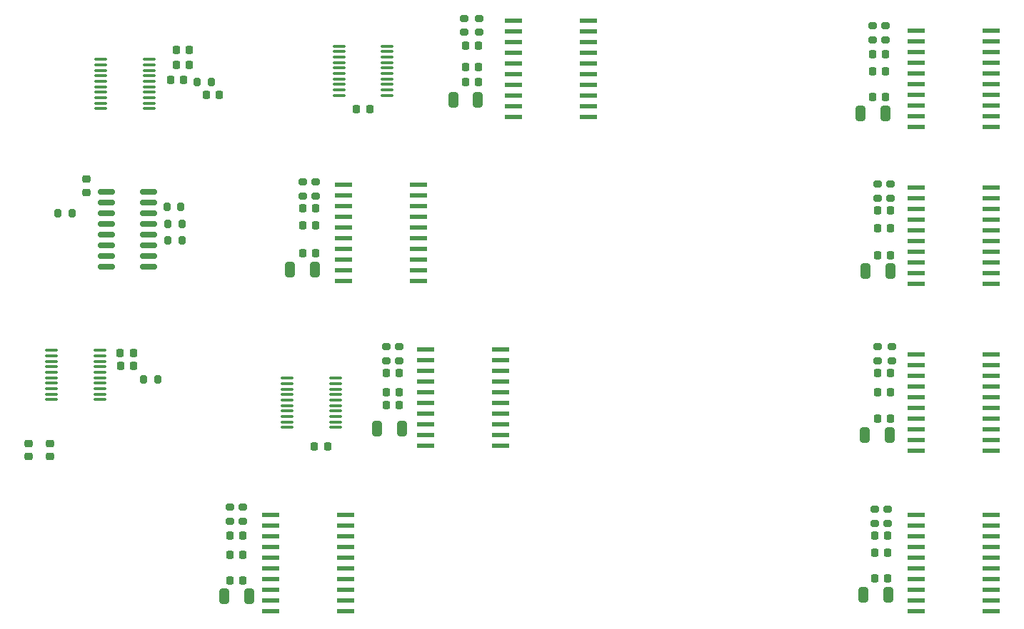
<source format=gbr>
%TF.GenerationSoftware,KiCad,Pcbnew,7.0.9*%
%TF.CreationDate,2024-05-27T22:26:10+09:00*%
%TF.ProjectId,segments-2-the-absurd,7365676d-656e-4747-932d-322d7468652d,rev?*%
%TF.SameCoordinates,Original*%
%TF.FileFunction,Paste,Bot*%
%TF.FilePolarity,Positive*%
%FSLAX46Y46*%
G04 Gerber Fmt 4.6, Leading zero omitted, Abs format (unit mm)*
G04 Created by KiCad (PCBNEW 7.0.9) date 2024-05-27 22:26:10*
%MOMM*%
%LPD*%
G01*
G04 APERTURE LIST*
G04 Aperture macros list*
%AMRoundRect*
0 Rectangle with rounded corners*
0 $1 Rounding radius*
0 $2 $3 $4 $5 $6 $7 $8 $9 X,Y pos of 4 corners*
0 Add a 4 corners polygon primitive as box body*
4,1,4,$2,$3,$4,$5,$6,$7,$8,$9,$2,$3,0*
0 Add four circle primitives for the rounded corners*
1,1,$1+$1,$2,$3*
1,1,$1+$1,$4,$5*
1,1,$1+$1,$6,$7*
1,1,$1+$1,$8,$9*
0 Add four rect primitives between the rounded corners*
20,1,$1+$1,$2,$3,$4,$5,0*
20,1,$1+$1,$4,$5,$6,$7,0*
20,1,$1+$1,$6,$7,$8,$9,0*
20,1,$1+$1,$8,$9,$2,$3,0*%
G04 Aperture macros list end*
%ADD10RoundRect,0.250000X0.325000X0.650000X-0.325000X0.650000X-0.325000X-0.650000X0.325000X-0.650000X0*%
%ADD11RoundRect,0.225000X0.225000X0.250000X-0.225000X0.250000X-0.225000X-0.250000X0.225000X-0.250000X0*%
%ADD12R,2.000000X0.600000*%
%ADD13RoundRect,0.225000X-0.250000X0.225000X-0.250000X-0.225000X0.250000X-0.225000X0.250000X0.225000X0*%
%ADD14RoundRect,0.200000X-0.275000X0.200000X-0.275000X-0.200000X0.275000X-0.200000X0.275000X0.200000X0*%
%ADD15RoundRect,0.100000X-0.637500X-0.100000X0.637500X-0.100000X0.637500X0.100000X-0.637500X0.100000X0*%
%ADD16RoundRect,0.225000X-0.225000X-0.250000X0.225000X-0.250000X0.225000X0.250000X-0.225000X0.250000X0*%
%ADD17RoundRect,0.200000X0.200000X0.275000X-0.200000X0.275000X-0.200000X-0.275000X0.200000X-0.275000X0*%
%ADD18RoundRect,0.225000X0.250000X-0.225000X0.250000X0.225000X-0.250000X0.225000X-0.250000X-0.225000X0*%
%ADD19RoundRect,0.150000X0.850000X0.150000X-0.850000X0.150000X-0.850000X-0.150000X0.850000X-0.150000X0*%
%ADD20RoundRect,0.200000X-0.200000X-0.275000X0.200000X-0.275000X0.200000X0.275000X-0.200000X0.275000X0*%
%ADD21RoundRect,0.100000X0.637500X0.100000X-0.637500X0.100000X-0.637500X-0.100000X0.637500X-0.100000X0*%
G04 APERTURE END LIST*
D10*
%TO.C,C20*%
X253316000Y-154660600D03*
X250366000Y-154660600D03*
%TD*%
D11*
%TO.C,C35*%
X252997000Y-151892000D03*
X251447000Y-151892000D03*
%TD*%
D12*
%TO.C,U2*%
X323232500Y-107442000D03*
X323232500Y-108712000D03*
X323232500Y-109982000D03*
X323232500Y-111252000D03*
X323232500Y-112522000D03*
X323232500Y-113792000D03*
X323232500Y-115062000D03*
X323232500Y-116332000D03*
X323232500Y-117602000D03*
X323232500Y-118872000D03*
X314307500Y-118872000D03*
X314307500Y-117602000D03*
X314307500Y-116332000D03*
X314307500Y-115062000D03*
X314307500Y-113792000D03*
X314307500Y-112522000D03*
X314307500Y-111252000D03*
X314307500Y-109982000D03*
X314307500Y-108712000D03*
X314307500Y-107442000D03*
%TD*%
D13*
%TO.C,C1*%
X215900000Y-125082000D03*
X215900000Y-126632000D03*
%TD*%
D11*
%TO.C,C10*%
X311290000Y-150368000D03*
X309740000Y-150368000D03*
%TD*%
D12*
%TO.C,U3*%
X323232500Y-145923000D03*
X323232500Y-147193000D03*
X323232500Y-148463000D03*
X323232500Y-149733000D03*
X323232500Y-151003000D03*
X323232500Y-152273000D03*
X323232500Y-153543000D03*
X323232500Y-154813000D03*
X323232500Y-156083000D03*
X323232500Y-157353000D03*
X314307500Y-157353000D03*
X314307500Y-156083000D03*
X314307500Y-154813000D03*
X314307500Y-153543000D03*
X314307500Y-152273000D03*
X314307500Y-151003000D03*
X314307500Y-149733000D03*
X314307500Y-148463000D03*
X314307500Y-147193000D03*
X314307500Y-145923000D03*
%TD*%
D14*
%TO.C,R11*%
X260748500Y-105982000D03*
X260748500Y-107632000D03*
%TD*%
D11*
%TO.C,C22*%
X234455000Y-169672000D03*
X232905000Y-169672000D03*
%TD*%
D15*
%TO.C,U9*%
X239707500Y-154563000D03*
X239707500Y-153913000D03*
X239707500Y-153263000D03*
X239707500Y-152613000D03*
X239707500Y-151963000D03*
X239707500Y-151313000D03*
X239707500Y-150663000D03*
X239707500Y-150013000D03*
X239707500Y-149363000D03*
X239707500Y-148713000D03*
X245432500Y-148713000D03*
X245432500Y-149363000D03*
X245432500Y-150013000D03*
X245432500Y-150663000D03*
X245432500Y-151313000D03*
X245432500Y-151963000D03*
X245432500Y-152613000D03*
X245432500Y-153263000D03*
X245432500Y-153913000D03*
X245432500Y-154563000D03*
%TD*%
D11*
%TO.C,C11*%
X311290000Y-148082000D03*
X309740000Y-148082000D03*
%TD*%
%TO.C,C23*%
X234455000Y-167386000D03*
X232905000Y-167386000D03*
%TD*%
D14*
%TO.C,R10*%
X243085000Y-125413000D03*
X243085000Y-127063000D03*
%TD*%
D12*
%TO.C,U5*%
X275480500Y-106299000D03*
X275480500Y-107569000D03*
X275480500Y-108839000D03*
X275480500Y-110109000D03*
X275480500Y-111379000D03*
X275480500Y-112649000D03*
X275480500Y-113919000D03*
X275480500Y-115189000D03*
X275480500Y-116459000D03*
X275480500Y-117729000D03*
X266555500Y-117729000D03*
X266555500Y-116459000D03*
X266555500Y-115189000D03*
X266555500Y-113919000D03*
X266555500Y-112649000D03*
X266555500Y-111379000D03*
X266555500Y-110109000D03*
X266555500Y-108839000D03*
X266555500Y-107569000D03*
X266555500Y-106299000D03*
%TD*%
D11*
%TO.C,C18*%
X262395000Y-111760000D03*
X260845000Y-111760000D03*
%TD*%
%TO.C,C19*%
X262395000Y-109220000D03*
X260845000Y-109220000D03*
%TD*%
%TO.C,C40*%
X311290000Y-130937000D03*
X309740000Y-130937000D03*
%TD*%
D16*
%TO.C,C29*%
X219925600Y-145694400D03*
X221475600Y-145694400D03*
%TD*%
D11*
%TO.C,C45*%
X310909000Y-167386000D03*
X309359000Y-167386000D03*
%TD*%
D13*
%TO.C,C33*%
X209042000Y-156451000D03*
X209042000Y-158001000D03*
%TD*%
D14*
%TO.C,R19*%
X309760000Y-125667000D03*
X309760000Y-127317000D03*
%TD*%
D17*
%TO.C,R2*%
X227133500Y-128397000D03*
X225483500Y-128397000D03*
%TD*%
D10*
%TO.C,C34*%
X235231200Y-174625000D03*
X232281200Y-174625000D03*
%TD*%
D16*
%TO.C,C30*%
X219951000Y-147218400D03*
X221501000Y-147218400D03*
%TD*%
D18*
%TO.C,C32*%
X211582000Y-158001000D03*
X211582000Y-156451000D03*
%TD*%
D12*
%TO.C,U4*%
X255305000Y-125730000D03*
X255305000Y-127000000D03*
X255305000Y-128270000D03*
X255305000Y-129540000D03*
X255305000Y-130810000D03*
X255305000Y-132080000D03*
X255305000Y-133350000D03*
X255305000Y-134620000D03*
X255305000Y-135890000D03*
X255305000Y-137160000D03*
X246380000Y-137160000D03*
X246380000Y-135890000D03*
X246380000Y-134620000D03*
X246380000Y-133350000D03*
X246380000Y-132080000D03*
X246380000Y-130810000D03*
X246380000Y-129540000D03*
X246380000Y-128270000D03*
X246380000Y-127000000D03*
X246380000Y-125730000D03*
%TD*%
D14*
%TO.C,R21*%
X309372000Y-164275000D03*
X309372000Y-165925000D03*
%TD*%
D16*
%TO.C,C27*%
X230111000Y-115062000D03*
X231661000Y-115062000D03*
%TD*%
D14*
%TO.C,R6*%
X310642000Y-106871000D03*
X310642000Y-108521000D03*
%TD*%
D17*
%TO.C,R4*%
X227260500Y-132334000D03*
X225610500Y-132334000D03*
%TD*%
D11*
%TO.C,C39*%
X311290000Y-134082000D03*
X309740000Y-134082000D03*
%TD*%
%TO.C,C13*%
X243091000Y-133858000D03*
X241541000Y-133858000D03*
%TD*%
D15*
%TO.C,U7*%
X245872000Y-115122000D03*
X245872000Y-114472000D03*
X245872000Y-113822000D03*
X245872000Y-113172000D03*
X245872000Y-112522000D03*
X245872000Y-111872000D03*
X245872000Y-111222000D03*
X245872000Y-110572000D03*
X245872000Y-109922000D03*
X245872000Y-109272000D03*
X251597000Y-109272000D03*
X251597000Y-109922000D03*
X251597000Y-110572000D03*
X251597000Y-111222000D03*
X251597000Y-111872000D03*
X251597000Y-112522000D03*
X251597000Y-113172000D03*
X251597000Y-113822000D03*
X251597000Y-114472000D03*
X251597000Y-115122000D03*
%TD*%
D17*
%TO.C,R3*%
X227260500Y-130429000D03*
X225610500Y-130429000D03*
%TD*%
D11*
%TO.C,C9*%
X311290000Y-153483000D03*
X309740000Y-153483000D03*
%TD*%
%TO.C,C43*%
X310909000Y-172466000D03*
X309359000Y-172466000D03*
%TD*%
D19*
%TO.C,U1*%
X223260500Y-126619000D03*
X223260500Y-127889000D03*
X223260500Y-129159000D03*
X223260500Y-130429000D03*
X223260500Y-131699000D03*
X223260500Y-132969000D03*
X223260500Y-134239000D03*
X223260500Y-135509000D03*
X218260500Y-135509000D03*
X218260500Y-134239000D03*
X218260500Y-132969000D03*
X218260500Y-131699000D03*
X218260500Y-130429000D03*
X218260500Y-129159000D03*
X218260500Y-127889000D03*
X218260500Y-126619000D03*
%TD*%
D11*
%TO.C,C44*%
X310909000Y-169418000D03*
X309359000Y-169418000D03*
%TD*%
D20*
%TO.C,R1*%
X212535000Y-129159000D03*
X214185000Y-129159000D03*
%TD*%
D10*
%TO.C,C16*%
X262358400Y-115646200D03*
X259408400Y-115646200D03*
%TD*%
D11*
%TO.C,C15*%
X243091000Y-128524000D03*
X241541000Y-128524000D03*
%TD*%
D10*
%TO.C,C12*%
X242978200Y-135788400D03*
X240028200Y-135788400D03*
%TD*%
%TO.C,C42*%
X311024800Y-174396400D03*
X308074800Y-174396400D03*
%TD*%
D21*
%TO.C,U10*%
X217492500Y-145411000D03*
X217492500Y-146061000D03*
X217492500Y-146711000D03*
X217492500Y-147361000D03*
X217492500Y-148011000D03*
X217492500Y-148661000D03*
X217492500Y-149311000D03*
X217492500Y-149961000D03*
X217492500Y-150611000D03*
X217492500Y-151261000D03*
X211767500Y-151261000D03*
X211767500Y-150611000D03*
X211767500Y-149961000D03*
X211767500Y-149311000D03*
X211767500Y-148661000D03*
X211767500Y-148011000D03*
X211767500Y-147361000D03*
X211767500Y-146711000D03*
X211767500Y-146061000D03*
X211767500Y-145411000D03*
%TD*%
D12*
%TO.C,U12*%
X323232500Y-126111000D03*
X323232500Y-127381000D03*
X323232500Y-128651000D03*
X323232500Y-129921000D03*
X323232500Y-131191000D03*
X323232500Y-132461000D03*
X323232500Y-133731000D03*
X323232500Y-135001000D03*
X323232500Y-136271000D03*
X323232500Y-137541000D03*
X314307500Y-137541000D03*
X314307500Y-136271000D03*
X314307500Y-135001000D03*
X314307500Y-133731000D03*
X314307500Y-132461000D03*
X314307500Y-131191000D03*
X314307500Y-129921000D03*
X314307500Y-128651000D03*
X314307500Y-127381000D03*
X314307500Y-126111000D03*
%TD*%
D14*
%TO.C,R5*%
X309118000Y-106871000D03*
X309118000Y-108521000D03*
%TD*%
D11*
%TO.C,C37*%
X252997000Y-148082000D03*
X251447000Y-148082000D03*
%TD*%
D20*
%TO.C,R15*%
X229045000Y-113538000D03*
X230695000Y-113538000D03*
%TD*%
D11*
%TO.C,C5*%
X310655000Y-115316000D03*
X309105000Y-115316000D03*
%TD*%
D10*
%TO.C,C38*%
X311228000Y-135991600D03*
X308278000Y-135991600D03*
%TD*%
D11*
%TO.C,C36*%
X252997000Y-150368000D03*
X251447000Y-150368000D03*
%TD*%
D14*
%TO.C,R8*%
X311397000Y-144971000D03*
X311397000Y-146621000D03*
%TD*%
%TO.C,R13*%
X232918000Y-164021000D03*
X232918000Y-165671000D03*
%TD*%
%TO.C,R17*%
X251460000Y-144971000D03*
X251460000Y-146621000D03*
%TD*%
%TO.C,R20*%
X311277000Y-125667000D03*
X311277000Y-127317000D03*
%TD*%
D16*
%TO.C,C31*%
X242967500Y-156820000D03*
X244517500Y-156820000D03*
%TD*%
D11*
%TO.C,C7*%
X310655000Y-110236000D03*
X309105000Y-110236000D03*
%TD*%
%TO.C,C17*%
X262395000Y-113538000D03*
X260845000Y-113538000D03*
%TD*%
D10*
%TO.C,C4*%
X310669200Y-117246400D03*
X307719200Y-117246400D03*
%TD*%
D11*
%TO.C,C14*%
X243091000Y-130556000D03*
X241541000Y-130556000D03*
%TD*%
D16*
%TO.C,C24*%
X226555000Y-109728000D03*
X228105000Y-109728000D03*
%TD*%
D14*
%TO.C,R18*%
X253044000Y-144984000D03*
X253044000Y-146634000D03*
%TD*%
D21*
%TO.C,U8*%
X223334500Y-110867000D03*
X223334500Y-111517000D03*
X223334500Y-112167000D03*
X223334500Y-112817000D03*
X223334500Y-113467000D03*
X223334500Y-114117000D03*
X223334500Y-114767000D03*
X223334500Y-115417000D03*
X223334500Y-116067000D03*
X223334500Y-116717000D03*
X217609500Y-116717000D03*
X217609500Y-116067000D03*
X217609500Y-115417000D03*
X217609500Y-114767000D03*
X217609500Y-114117000D03*
X217609500Y-113467000D03*
X217609500Y-112817000D03*
X217609500Y-112167000D03*
X217609500Y-111517000D03*
X217609500Y-110867000D03*
%TD*%
D11*
%TO.C,C6*%
X310655000Y-112268000D03*
X309105000Y-112268000D03*
%TD*%
%TO.C,C26*%
X249509500Y-116769000D03*
X247959500Y-116769000D03*
%TD*%
D12*
%TO.C,U6*%
X246674500Y-164973000D03*
X246674500Y-166243000D03*
X246674500Y-167513000D03*
X246674500Y-168783000D03*
X246674500Y-170053000D03*
X246674500Y-171323000D03*
X246674500Y-172593000D03*
X246674500Y-173863000D03*
X246674500Y-175133000D03*
X246674500Y-176403000D03*
X237749500Y-176403000D03*
X237749500Y-175133000D03*
X237749500Y-173863000D03*
X237749500Y-172593000D03*
X237749500Y-171323000D03*
X237749500Y-170053000D03*
X237749500Y-168783000D03*
X237749500Y-167513000D03*
X237749500Y-166243000D03*
X237749500Y-164973000D03*
%TD*%
%TO.C,U13*%
X323232500Y-164973000D03*
X323232500Y-166243000D03*
X323232500Y-167513000D03*
X323232500Y-168783000D03*
X323232500Y-170053000D03*
X323232500Y-171323000D03*
X323232500Y-172593000D03*
X323232500Y-173863000D03*
X323232500Y-175133000D03*
X323232500Y-176403000D03*
X314307500Y-176403000D03*
X314307500Y-175133000D03*
X314307500Y-173863000D03*
X314307500Y-172593000D03*
X314307500Y-171323000D03*
X314307500Y-170053000D03*
X314307500Y-168783000D03*
X314307500Y-167513000D03*
X314307500Y-166243000D03*
X314307500Y-164973000D03*
%TD*%
D17*
%TO.C,R16*%
X224345000Y-148844000D03*
X222695000Y-148844000D03*
%TD*%
D14*
%TO.C,R7*%
X309753000Y-144971000D03*
X309753000Y-146621000D03*
%TD*%
D11*
%TO.C,C21*%
X234455000Y-172720000D03*
X232905000Y-172720000D03*
%TD*%
D14*
%TO.C,R22*%
X310896000Y-164275000D03*
X310896000Y-165925000D03*
%TD*%
D16*
%TO.C,C28*%
X225894600Y-113309400D03*
X227444600Y-113309400D03*
%TD*%
D14*
%TO.C,R12*%
X262526500Y-105982000D03*
X262526500Y-107632000D03*
%TD*%
D10*
%TO.C,C8*%
X311151800Y-155448000D03*
X308201800Y-155448000D03*
%TD*%
D14*
%TO.C,R14*%
X234442000Y-164021000D03*
X234442000Y-165671000D03*
%TD*%
D16*
%TO.C,C25*%
X226555000Y-111506000D03*
X228105000Y-111506000D03*
%TD*%
D12*
%TO.C,U11*%
X265066500Y-145288000D03*
X265066500Y-146558000D03*
X265066500Y-147828000D03*
X265066500Y-149098000D03*
X265066500Y-150368000D03*
X265066500Y-151638000D03*
X265066500Y-152908000D03*
X265066500Y-154178000D03*
X265066500Y-155448000D03*
X265066500Y-156718000D03*
X256141500Y-156718000D03*
X256141500Y-155448000D03*
X256141500Y-154178000D03*
X256141500Y-152908000D03*
X256141500Y-151638000D03*
X256141500Y-150368000D03*
X256141500Y-149098000D03*
X256141500Y-147828000D03*
X256141500Y-146558000D03*
X256141500Y-145288000D03*
%TD*%
D11*
%TO.C,C41*%
X311290000Y-128778000D03*
X309740000Y-128778000D03*
%TD*%
D14*
%TO.C,R9*%
X241554000Y-125413000D03*
X241554000Y-127063000D03*
%TD*%
M02*

</source>
